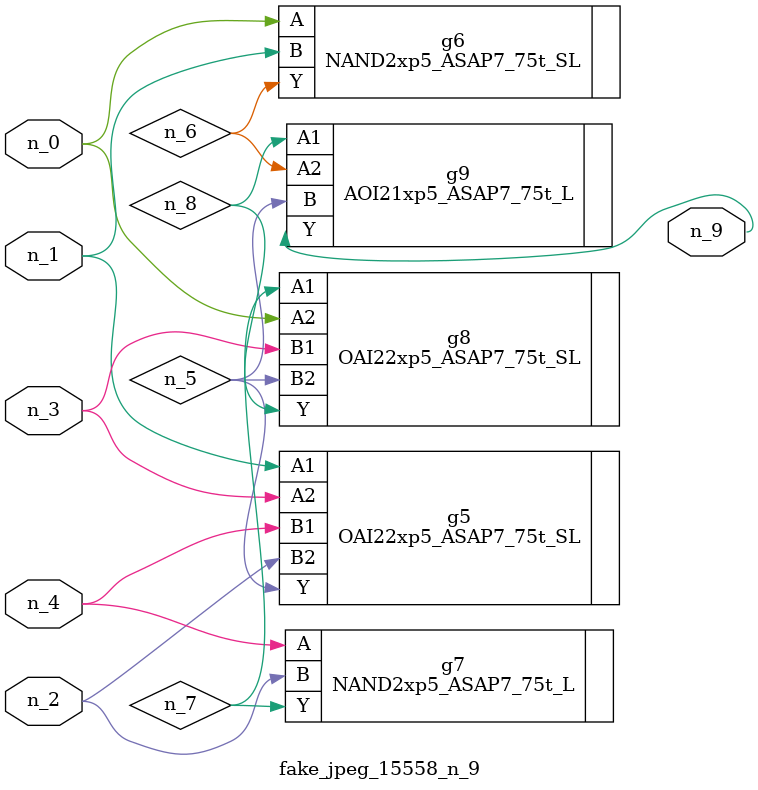
<source format=v>
module fake_jpeg_15558_n_9 (n_3, n_2, n_1, n_0, n_4, n_9);

input n_3;
input n_2;
input n_1;
input n_0;
input n_4;

output n_9;

wire n_8;
wire n_6;
wire n_5;
wire n_7;

OAI22xp5_ASAP7_75t_SL g5 ( 
.A1(n_1),
.A2(n_3),
.B1(n_4),
.B2(n_2),
.Y(n_5)
);

NAND2xp5_ASAP7_75t_SL g6 ( 
.A(n_0),
.B(n_1),
.Y(n_6)
);

NAND2xp5_ASAP7_75t_L g7 ( 
.A(n_4),
.B(n_2),
.Y(n_7)
);

OAI22xp5_ASAP7_75t_SL g8 ( 
.A1(n_7),
.A2(n_0),
.B1(n_3),
.B2(n_5),
.Y(n_8)
);

AOI21xp5_ASAP7_75t_L g9 ( 
.A1(n_8),
.A2(n_6),
.B(n_5),
.Y(n_9)
);


endmodule
</source>
